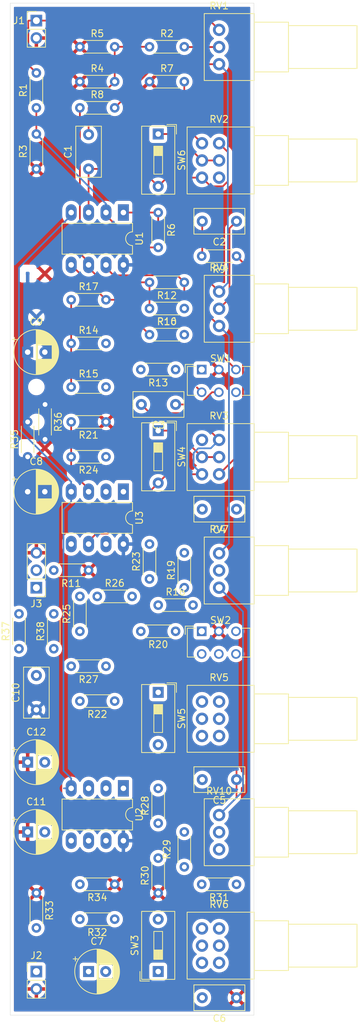
<source format=kicad_pcb>
(kicad_pcb (version 20171130) (host pcbnew "(5.1.4-0-10_14)")
  (layers (0 F.Cu signal) (31 B.Cu signal) (34 B.Paste user) (35 F.Paste user) (36 B.SilkS user) (37 F.SilkS user) (38 B.Mask user) (39 F.Mask user) (44 Edge.Cuts user))
  (net 0 "")
  (net 1 "Net-(C1-Pad2)")
  (net 2 "Net-(C1-Pad1)")
  (net 3 "Net-(C2-Pad2)")
  (net 4 "Net-(C2-Pad1)")
  (net 5 "Net-(C3-Pad2)")
  (net 6 "Net-(C3-Pad1)")
  (net 7 "Net-(C4-Pad2)")
  (net 8 "Net-(C4-Pad1)")
  (net 9 "Net-(C5-Pad2)")
  (net 10 "Net-(C5-Pad1)")
  (net 11 "Net-(C6-Pad2)")
  (net 12 GND)
  (net 13 "Net-(C7-Pad2)")
  (net 14 "Net-(C7-Pad1)")
  (net 15 "Net-(J1-Pad1)")
  (net 16 "Net-(R1-Pad1)")
  (net 17 "Net-(R2-Pad2)")
  (net 18 "Net-(R6-Pad1)")
  (net 19 "Net-(R7-Pad2)")
  (net 20 "Net-(R10-Pad2)")
  (net 21 "Net-(R9-Pad1)")
  (net 22 "Net-(R10-Pad1)")
  (net 23 "Net-(R11-Pad2)")
  (net 24 "Net-(R12-Pad1)")
  (net 25 "Net-(R13-Pad1)")
  (net 26 "Net-(R15-Pad2)")
  (net 27 "Net-(R16-Pad2)")
  (net 28 "Net-(R16-Pad1)")
  (net 29 "Net-(R18-Pad1)")
  (net 30 "Net-(R19-Pad1)")
  (net 31 "Net-(R20-Pad1)")
  (net 32 "Net-(R21-Pad2)")
  (net 33 "Net-(R22-Pad1)")
  (net 34 "Net-(R23-Pad1)")
  (net 35 "Net-(R25-Pad2)")
  (net 36 "Net-(R26-Pad2)")
  (net 37 "Net-(R26-Pad1)")
  (net 38 "Net-(R28-Pad1)")
  (net 39 "Net-(R29-Pad2)")
  (net 40 "Net-(R29-Pad1)")
  (net 41 "Net-(R31-Pad1)")
  (net 42 "Net-(RV2-Pad2)")
  (net 43 "Net-(RV3-Pad2)")
  (net 44 "Net-(RV5-Pad2)")
  (net 45 "Net-(RV6-Pad2)")
  (net 46 +15V)
  (net 47 -15V)
  (net 48 "Net-(C8-Pad1)")
  (net 49 "Net-(C11-Pad2)")
  (net 50 +VC)
  (net 51 -VC)
  (module Resistor_THT:R_Axial_DIN0204_L3.6mm_D1.6mm_P5.08mm_Horizontal (layer F.Cu) (at 133.35 114.3 90)
    (fp_text reference R38 (at 2.54 -1.92 90) (layer F.SilkS))
    (fp_text value 1)
    (pad 2 thru_hole oval (at 5.08 0 90) (size 1.4 1.4) (drill 0.7) (layers *.Cu *.Mask) (net 49 "Net-(C11-Pad2)"))
    (pad 1 thru_hole circle (at 0 0 90) (size 1.4 1.4) (drill 0.7) (layers *.Cu *.Mask) (net 51 -VC))
  )
  (module Resistor_THT:R_Axial_DIN0204_L3.6mm_D1.6mm_P5.08mm_Horizontal (layer F.Cu) (at 128.27 114.3 90)
    (fp_text reference R37 (at 2.54 -1.92 90) (layer F.SilkS))
    (fp_text value 1)
    (pad 2 thru_hole oval (at 5.08 0 90) (size 1.4 1.4) (drill 0.7) (layers *.Cu *.Mask) (net 47 -15V))
    (pad 1 thru_hole circle (at 0 0 90) (size 1.4 1.4) (drill 0.7) (layers *.Cu *.Mask) (net 49 "Net-(C11-Pad2)"))
  )
  (module Resistor_THT:R_Axial_DIN0204_L3.6mm_D1.6mm_P5.08mm_Horizontal (layer F.Cu) (at 132.08 78.74 270)
    (fp_text reference R36 (at 2.54 -1.92 90) (layer F.SilkS))
    (fp_text value 1)
    (pad 2 thru_hole oval (at 5.08 0 270) (size 1.4 1.4) (drill 0.7) (layers *.Cu *.Mask) (net 48 "Net-(C8-Pad1)"))
    (pad 1 thru_hole circle (at 0 0 270) (size 1.4 1.4) (drill 0.7) (layers *.Cu *.Mask) (net 50 +VC))
  )
  (module Resistor_THT:R_Axial_DIN0204_L3.6mm_D1.6mm_P5.08mm_Horizontal (layer F.Cu) (at 129.54 86.36 90)
    (fp_text reference R35 (at 2.54 -1.92 90) (layer F.SilkS))
    (fp_text value 1)
    (pad 2 thru_hole oval (at 5.08 0 90) (size 1.4 1.4) (drill 0.7) (layers *.Cu *.Mask) (net 46 +15V))
    (pad 1 thru_hole circle (at 0 0 90) (size 1.4 1.4) (drill 0.7) (layers *.Cu *.Mask) (net 48 "Net-(C8-Pad1)"))
  )
  (module Capacitor_THT:CP_Radial_D6.3mm_P2.50mm (layer F.Cu) (at 129.54 130.81)
    (fp_text reference C12 (at 1.25 -4.4) (layer F.SilkS))
    (fp_text value 47uf)
    (pad 2 thru_hole circle (at 2.5 0) (size 1.6 1.6) (drill 0.8) (layers *.Cu *.Mask) (net 51 -VC))
    (pad 1 thru_hole rect (at 0 0) (size 1.6 1.6) (drill 0.8) (layers *.Cu *.Mask) (net 12 GND))
  )
  (module Capacitor_THT:CP_Radial_D6.3mm_P2.50mm (layer F.Cu) (at 129.54 140.97)
    (fp_text reference C11 (at 1.25 -4.4) (layer F.SilkS))
    (fp_text value 47uf)
    (pad 2 thru_hole circle (at 2.5 0) (size 1.6 1.6) (drill 0.8) (layers *.Cu *.Mask) (net 49 "Net-(C11-Pad2)"))
    (pad 1 thru_hole rect (at 0 0) (size 1.6 1.6) (drill 0.8) (layers *.Cu *.Mask) (net 12 GND))
  )
  (module Capacitor_THT:C_Rect_L7.2mm_W3.5mm_P5.00mm_FKS2_FKP2_MKS2_MKP2 (layer F.Cu) (at 130.81 123.19 90)
    (fp_text reference C10 (at 2.5 -3 90) (layer F.SilkS))
    (fp_text value 40nf)
    (pad 2 thru_hole circle (at 5 0 90) (size 1.6 1.6) (drill 0.8) (layers *.Cu *.Mask) (net 51 -VC))
    (pad 1 thru_hole circle (at 0 0 90) (size 1.6 1.6) (drill 0.8) (layers *.Cu *.Mask) (net 50 +VC))
  )
  (module Capacitor_THT:CP_Radial_D6.3mm_P2.50mm (layer F.Cu) (at 129.54 71.12)
    (fp_text reference C9 (at 1.25 -4.4) (layer F.SilkS))
    (fp_text value 47uf)
    (pad 2 thru_hole circle (at 2.5 0) (size 1.6 1.6) (drill 0.8) (layers *.Cu *.Mask) (net 12 GND))
    (pad 1 thru_hole rect (at 0 0) (size 1.6 1.6) (drill 0.8) (layers *.Cu *.Mask) (net 50 +VC))
  )
  (module Capacitor_THT:CP_Radial_D6.3mm_P2.50mm (layer F.Cu) (at 129.54 91.44)
    (fp_text reference C8 (at 1.25 -4.4) (layer F.SilkS))
    (fp_text value 47uf)
    (pad 2 thru_hole circle (at 2.5 0) (size 1.6 1.6) (drill 0.8) (layers *.Cu *.Mask) (net 12 GND))
    (pad 1 thru_hole rect (at 0 0) (size 1.6 1.6) (drill 0.8) (layers *.Cu *.Mask) (net 48 "Net-(C8-Pad1)"))
  )
  (module Connector_PinHeader_2.54mm:PinHeader_1x03_P2.54mm_Vertical (layer F.Cu) (at 130.81 105.41 180)
    (fp_text reference J3 (at 0 -2.33) (layer F.SilkS))
    (fp_text value PWR_IN)
    (pad 3 thru_hole oval (at 0 5.08 180) (size 1.7 1.7) (drill 1) (layers *.Cu *.Mask) (net 12 GND))
    (pad 2 thru_hole oval (at 0 2.54 180) (size 1.7 1.7) (drill 1) (layers *.Cu *.Mask) (net 46 +15V))
    (pad 1 thru_hole rect (at 0 0 180) (size 1.7 1.7) (drill 1) (layers *.Cu *.Mask) (net 47 -15V))
  )
  (module Package_DIP:DIP-8_W7.62mm_LongPads (layer F.Cu) (at 143.51 91.44 270)
    (fp_text reference U3 (at 3.81 -2.33 90) (layer F.SilkS))
    (fp_text value TL072)
    (pad 8 thru_hole oval (at 7.62 0 270) (size 2.4 1.6) (drill 0.8) (layers *.Cu *.Mask) (net 50 +VC))
    (pad 4 thru_hole oval (at 0 7.62 270) (size 2.4 1.6) (drill 0.8) (layers *.Cu *.Mask) (net 51 -VC))
    (pad 7 thru_hole oval (at 7.62 2.54 270) (size 2.4 1.6) (drill 0.8) (layers *.Cu *.Mask) (net 6 "Net-(C3-Pad1)"))
    (pad 3 thru_hole oval (at 0 5.08 270) (size 2.4 1.6) (drill 0.8) (layers *.Cu *.Mask) (net 32 "Net-(R21-Pad2)"))
    (pad 6 thru_hole oval (at 7.62 5.08 270) (size 2.4 1.6) (drill 0.8) (layers *.Cu *.Mask) (net 5 "Net-(C3-Pad2)"))
    (pad 2 thru_hole oval (at 0 2.54 270) (size 2.4 1.6) (drill 0.8) (layers *.Cu *.Mask) (net 9 "Net-(C5-Pad2)"))
    (pad 5 thru_hole oval (at 7.62 7.62 270) (size 2.4 1.6) (drill 0.8) (layers *.Cu *.Mask) (net 23 "Net-(R11-Pad2)"))
    (pad 1 thru_hole rect (at 0 0 270) (size 2.4 1.6) (drill 0.8) (layers *.Cu *.Mask) (net 10 "Net-(C5-Pad1)"))
  )
  (module Package_DIP:DIP-8_W7.62mm_LongPads (layer F.Cu) (at 143.51 134.62 270)
    (fp_text reference U2 (at 3.81 -2.33 90) (layer F.SilkS))
    (fp_text value TL072)
    (pad 8 thru_hole oval (at 7.62 0 270) (size 2.4 1.6) (drill 0.8) (layers *.Cu *.Mask) (net 50 +VC))
    (pad 4 thru_hole oval (at 0 7.62 270) (size 2.4 1.6) (drill 0.8) (layers *.Cu *.Mask) (net 51 -VC))
    (pad 7 thru_hole oval (at 7.62 2.54 270) (size 2.4 1.6) (drill 0.8) (layers *.Cu *.Mask) (net 13 "Net-(C7-Pad2)"))
    (pad 3 thru_hole oval (at 0 5.08 270) (size 2.4 1.6) (drill 0.8) (layers *.Cu *.Mask) (net 37 "Net-(R26-Pad1)"))
    (pad 6 thru_hole oval (at 7.62 5.08 270) (size 2.4 1.6) (drill 0.8) (layers *.Cu *.Mask) (net 38 "Net-(R28-Pad1)"))
    (pad 2 thru_hole oval (at 0 2.54 270) (size 2.4 1.6) (drill 0.8) (layers *.Cu *.Mask) (net 29 "Net-(R18-Pad1)"))
    (pad 5 thru_hole oval (at 7.62 7.62 270) (size 2.4 1.6) (drill 0.8) (layers *.Cu *.Mask) (net 11 "Net-(C6-Pad2)"))
    (pad 1 thru_hole rect (at 0 0 270) (size 2.4 1.6) (drill 0.8) (layers *.Cu *.Mask) (net 33 "Net-(R22-Pad1)"))
  )
  (module Package_DIP:DIP-8_W7.62mm_LongPads (layer F.Cu) (at 143.51 50.8 270)
    (fp_text reference U1 (at 3.81 -2.33 90) (layer F.SilkS))
    (fp_text value TL072)
    (pad 8 thru_hole oval (at 7.62 0 270) (size 2.4 1.6) (drill 0.8) (layers *.Cu *.Mask) (net 50 +VC))
    (pad 4 thru_hole oval (at 0 7.62 270) (size 2.4 1.6) (drill 0.8) (layers *.Cu *.Mask) (net 51 -VC))
    (pad 7 thru_hole oval (at 7.62 2.54 270) (size 2.4 1.6) (drill 0.8) (layers *.Cu *.Mask) (net 24 "Net-(R12-Pad1)"))
    (pad 3 thru_hole oval (at 0 5.08 270) (size 2.4 1.6) (drill 0.8) (layers *.Cu *.Mask) (net 2 "Net-(C1-Pad1)"))
    (pad 6 thru_hole oval (at 7.62 5.08 270) (size 2.4 1.6) (drill 0.8) (layers *.Cu *.Mask) (net 20 "Net-(R10-Pad2)"))
    (pad 2 thru_hole oval (at 0 2.54 270) (size 2.4 1.6) (drill 0.8) (layers *.Cu *.Mask) (net 16 "Net-(R1-Pad1)"))
    (pad 5 thru_hole oval (at 7.62 7.62 270) (size 2.4 1.6) (drill 0.8) (layers *.Cu *.Mask) (net 28 "Net-(R16-Pad1)"))
    (pad 1 thru_hole rect (at 0 0 270) (size 2.4 1.6) (drill 0.8) (layers *.Cu *.Mask) (net 18 "Net-(R6-Pad1)"))
  )
  (module Button_Switch_THT:SW_DIP_SPSTx01_Slide_9.78x4.72mm_W7.62mm_P2.54mm (layer F.Cu) (at 148.59 39.37 270)
    (fp_text reference SW6 (at 3.81 -3.42 90) (layer F.SilkS))
    (fp_text value ML5000)
    (pad 2 thru_hole oval (at 7.62 0 270) (size 1.6 1.6) (drill 0.8) (layers *.Cu *.Mask) (net 2 "Net-(C1-Pad1)"))
    (pad 1 thru_hole rect (at 0 0 270) (size 1.6 1.6) (drill 0.8) (layers *.Cu *.Mask) (net 42 "Net-(RV2-Pad2)"))
  )
  (module Button_Switch_THT:SW_DIP_SPSTx01_Slide_9.78x4.72mm_W7.62mm_P2.54mm (layer F.Cu) (at 148.59 120.65 270)
    (fp_text reference SW5 (at 3.81 -3.42 90) (layer F.SilkS))
    (fp_text value ML5000)
    (pad 2 thru_hole oval (at 7.62 0 270) (size 1.6 1.6) (drill 0.8) (layers *.Cu *.Mask) (net 9 "Net-(C5-Pad2)"))
    (pad 1 thru_hole rect (at 0 0 270) (size 1.6 1.6) (drill 0.8) (layers *.Cu *.Mask) (net 44 "Net-(RV5-Pad2)"))
  )
  (module Button_Switch_THT:SW_DIP_SPSTx01_Slide_9.78x4.72mm_W7.62mm_P2.54mm (layer F.Cu) (at 148.59 82.55 270)
    (fp_text reference SW4 (at 3.81 -3.42 90) (layer F.SilkS))
    (fp_text value ML5000)
    (pad 2 thru_hole oval (at 7.62 0 270) (size 1.6 1.6) (drill 0.8) (layers *.Cu *.Mask) (net 5 "Net-(C3-Pad2)"))
    (pad 1 thru_hole rect (at 0 0 270) (size 1.6 1.6) (drill 0.8) (layers *.Cu *.Mask) (net 43 "Net-(RV3-Pad2)"))
  )
  (module Button_Switch_THT:SW_DIP_SPSTx01_Slide_9.78x4.72mm_W7.62mm_P2.54mm (layer F.Cu) (at 148.59 161.29 90)
    (fp_text reference SW3 (at 3.81 -3.42 90) (layer F.SilkS))
    (fp_text value ML5000)
    (pad 2 thru_hole oval (at 7.62 0 90) (size 1.6 1.6) (drill 0.8) (layers *.Cu *.Mask) (net 45 "Net-(RV6-Pad2)"))
    (pad 1 thru_hole rect (at 0 0 90) (size 1.6 1.6) (drill 0.8) (layers *.Cu *.Mask) (net 11 "Net-(C6-Pad2)"))
  )
  (module Button_Switch_THT:SW_CuK_JS202011CQN_DPDT_Straight (layer F.Cu) (at 154.94 111.76)
    (fp_text reference SW2 (at 2.75 -1.6) (layer F.SilkS))
    (fp_text value MF2_IN)
    (pad 6 thru_hole circle (at 5 3.3) (size 1.4 1.4) (drill 0.9) (layers *.Cu *.Mask))
    (pad 5 thru_hole circle (at 2.5 3.3) (size 1.4 1.4) (drill 0.9) (layers *.Cu *.Mask) (net 10 "Net-(C5-Pad1)"))
    (pad 4 thru_hole circle (at 0 3.3) (size 1.4 1.4) (drill 0.9) (layers *.Cu *.Mask) (net 34 "Net-(R23-Pad1)"))
    (pad 3 thru_hole circle (at 5 0) (size 1.4 1.4) (drill 0.9) (layers *.Cu *.Mask) (net 31 "Net-(R20-Pad1)"))
    (pad 2 thru_hole circle (at 2.5 0) (size 1.4 1.4) (drill 0.9) (layers *.Cu *.Mask) (net 12 GND))
    (pad 1 thru_hole rect (at 0 0) (size 1.4 1.4) (drill 0.9) (layers *.Cu *.Mask) (net 36 "Net-(R26-Pad2)"))
  )
  (module Button_Switch_THT:SW_CuK_JS202011CQN_DPDT_Straight (layer F.Cu) (at 154.94 73.66)
    (fp_text reference SW1 (at 2.75 -1.6) (layer F.SilkS))
    (fp_text value MF1_IN)
    (pad 6 thru_hole circle (at 5 3.3) (size 1.4 1.4) (drill 0.9) (layers *.Cu *.Mask))
    (pad 5 thru_hole circle (at 2.5 3.3) (size 1.4 1.4) (drill 0.9) (layers *.Cu *.Mask) (net 6 "Net-(C3-Pad1)"))
    (pad 4 thru_hole circle (at 0 3.3) (size 1.4 1.4) (drill 0.9) (layers *.Cu *.Mask) (net 25 "Net-(R13-Pad1)"))
    (pad 3 thru_hole circle (at 5 0) (size 1.4 1.4) (drill 0.9) (layers *.Cu *.Mask) (net 22 "Net-(R10-Pad1)"))
    (pad 2 thru_hole circle (at 2.5 0) (size 1.4 1.4) (drill 0.9) (layers *.Cu *.Mask) (net 12 GND))
    (pad 1 thru_hole rect (at 0 0) (size 1.4 1.4) (drill 0.9) (layers *.Cu *.Mask) (net 27 "Net-(R16-Pad2)"))
  )
  (module Potentiometer_THT:Potentiometer_Alps_RK097_Single_Horizontal (layer F.Cu) (at 157.48 143.51)
    (fp_text reference RV10 (at 0 -8.5) (layer F.SilkS))
    (fp_text value 20k)
    (pad 1 thru_hole circle (at 0 0) (size 1.8 1.8) (drill 1) (layers *.Cu *.Mask) (net 13 "Net-(C7-Pad2)"))
    (pad 2 thru_hole circle (at 0 -2.5) (size 1.8 1.8) (drill 1) (layers *.Cu *.Mask) (net 39 "Net-(R29-Pad2)"))
    (pad 3 thru_hole circle (at 0 -5) (size 1.8 1.8) (drill 1) (layers *.Cu *.Mask) (net 33 "Net-(R22-Pad1)"))
  )
  (module Potentiometer_THT:Potentiometer_Alps_RK097_Single_Horizontal (layer F.Cu) (at 157.48 105.41)
    (fp_text reference RV7 (at 0 -8.5) (layer F.SilkS))
    (fp_text value 20k)
    (pad 1 thru_hole circle (at 0 0) (size 1.8 1.8) (drill 1) (layers *.Cu *.Mask) (net 33 "Net-(R22-Pad1)"))
    (pad 2 thru_hole circle (at 0 -2.5) (size 1.8 1.8) (drill 1) (layers *.Cu *.Mask) (net 8 "Net-(C4-Pad1)"))
    (pad 3 thru_hole circle (at 0 -5) (size 1.8 1.8) (drill 1) (layers *.Cu *.Mask) (net 24 "Net-(R12-Pad1)"))
  )
  (module Potentiometer_THT:Potentiometer_Alps_RK097_Dual_Horizontal (layer F.Cu) (at 157.48 160.02)
    (fp_text reference RV6 (at 0 -8.5) (layer F.SilkS))
    (fp_text value 200k)
    (pad 4 thru_hole circle (at -2.5 0) (size 1.8 1.8) (drill 1) (layers *.Cu *.Mask) (net 11 "Net-(C6-Pad2)"))
    (pad 5 thru_hole circle (at -2.5 -2.5) (size 1.8 1.8) (drill 1) (layers *.Cu *.Mask) (net 45 "Net-(RV6-Pad2)"))
    (pad 6 thru_hole circle (at -2.5 -5) (size 1.8 1.8) (drill 1) (layers *.Cu *.Mask))
    (pad 1 thru_hole circle (at 0 0) (size 1.8 1.8) (drill 1) (layers *.Cu *.Mask) (net 41 "Net-(R31-Pad1)"))
    (pad 2 thru_hole circle (at 0 -2.5) (size 1.8 1.8) (drill 1) (layers *.Cu *.Mask) (net 45 "Net-(RV6-Pad2)"))
    (pad 3 thru_hole circle (at 0 -5) (size 1.8 1.8) (drill 1) (layers *.Cu *.Mask) (net 11 "Net-(C6-Pad2)"))
  )
  (module Potentiometer_THT:Potentiometer_Alps_RK097_Dual_Horizontal (layer F.Cu) (at 157.48 127)
    (fp_text reference RV5 (at 0 -8.5) (layer F.SilkS))
    (fp_text value 200k)
    (pad 4 thru_hole circle (at -2.5 0) (size 1.8 1.8) (drill 1) (layers *.Cu *.Mask) (net 9 "Net-(C5-Pad2)"))
    (pad 5 thru_hole circle (at -2.5 -2.5) (size 1.8 1.8) (drill 1) (layers *.Cu *.Mask) (net 44 "Net-(RV5-Pad2)"))
    (pad 6 thru_hole circle (at -2.5 -5) (size 1.8 1.8) (drill 1) (layers *.Cu *.Mask) (net 35 "Net-(R25-Pad2)"))
    (pad 1 thru_hole circle (at 0 0) (size 1.8 1.8) (drill 1) (layers *.Cu *.Mask) (net 30 "Net-(R19-Pad1)"))
    (pad 2 thru_hole circle (at 0 -2.5) (size 1.8 1.8) (drill 1) (layers *.Cu *.Mask) (net 44 "Net-(RV5-Pad2)"))
    (pad 3 thru_hole circle (at 0 -5) (size 1.8 1.8) (drill 1) (layers *.Cu *.Mask) (net 9 "Net-(C5-Pad2)"))
  )
  (module Potentiometer_THT:Potentiometer_Alps_RK097_Single_Horizontal (layer F.Cu) (at 157.48 67.31)
    (fp_text reference RV4 (at 0 -8.5) (layer F.SilkS))
    (fp_text value 20k)
    (pad 1 thru_hole circle (at 0 0) (size 1.8 1.8) (drill 1) (layers *.Cu *.Mask) (net 24 "Net-(R12-Pad1)"))
    (pad 2 thru_hole circle (at 0 -2.5) (size 1.8 1.8) (drill 1) (layers *.Cu *.Mask) (net 4 "Net-(C2-Pad1)"))
    (pad 3 thru_hole circle (at 0 -5) (size 1.8 1.8) (drill 1) (layers *.Cu *.Mask) (net 18 "Net-(R6-Pad1)"))
  )
  (module Potentiometer_THT:Potentiometer_Alps_RK097_Dual_Horizontal (layer F.Cu) (at 157.48 88.9)
    (fp_text reference RV3 (at 0 -8.5) (layer F.SilkS))
    (fp_text value 200k)
    (pad 4 thru_hole circle (at -2.5 0) (size 1.8 1.8) (drill 1) (layers *.Cu *.Mask) (net 5 "Net-(C3-Pad2)"))
    (pad 5 thru_hole circle (at -2.5 -2.5) (size 1.8 1.8) (drill 1) (layers *.Cu *.Mask) (net 43 "Net-(RV3-Pad2)"))
    (pad 6 thru_hole circle (at -2.5 -5) (size 1.8 1.8) (drill 1) (layers *.Cu *.Mask) (net 26 "Net-(R15-Pad2)"))
    (pad 1 thru_hole circle (at 0 0) (size 1.8 1.8) (drill 1) (layers *.Cu *.Mask) (net 21 "Net-(R9-Pad1)"))
    (pad 2 thru_hole circle (at 0 -2.5) (size 1.8 1.8) (drill 1) (layers *.Cu *.Mask) (net 43 "Net-(RV3-Pad2)"))
    (pad 3 thru_hole circle (at 0 -5) (size 1.8 1.8) (drill 1) (layers *.Cu *.Mask) (net 5 "Net-(C3-Pad2)"))
  )
  (module Potentiometer_THT:Potentiometer_Alps_RK097_Dual_Horizontal (layer F.Cu) (at 157.48 45.72)
    (fp_text reference RV2 (at 0 -8.5) (layer F.SilkS))
    (fp_text value 200k)
    (pad 4 thru_hole circle (at -2.5 0) (size 1.8 1.8) (drill 1) (layers *.Cu *.Mask) (net 2 "Net-(C1-Pad1)"))
    (pad 5 thru_hole circle (at -2.5 -2.5) (size 1.8 1.8) (drill 1) (layers *.Cu *.Mask) (net 42 "Net-(RV2-Pad2)"))
    (pad 6 thru_hole circle (at -2.5 -5) (size 1.8 1.8) (drill 1) (layers *.Cu *.Mask) (net 19 "Net-(R7-Pad2)"))
    (pad 1 thru_hole circle (at 0 0) (size 1.8 1.8) (drill 1) (layers *.Cu *.Mask))
    (pad 2 thru_hole circle (at 0 -2.5) (size 1.8 1.8) (drill 1) (layers *.Cu *.Mask) (net 42 "Net-(RV2-Pad2)"))
    (pad 3 thru_hole circle (at 0 -5) (size 1.8 1.8) (drill 1) (layers *.Cu *.Mask) (net 2 "Net-(C1-Pad1)"))
  )
  (module Potentiometer_THT:Potentiometer_Alps_RK097_Single_Horizontal (layer F.Cu) (at 157.48 29.21)
    (fp_text reference RV1 (at 0 -8.5) (layer F.SilkS))
    (fp_text value 20k)
    (pad 1 thru_hole circle (at 0 0) (size 1.8 1.8) (drill 1) (layers *.Cu *.Mask) (net 18 "Net-(R6-Pad1)"))
    (pad 2 thru_hole circle (at 0 -2.5) (size 1.8 1.8) (drill 1) (layers *.Cu *.Mask) (net 17 "Net-(R2-Pad2)"))
    (pad 3 thru_hole circle (at 0 -5) (size 1.8 1.8) (drill 1) (layers *.Cu *.Mask) (net 15 "Net-(J1-Pad1)"))
  )
  (module Resistor_THT:R_Axial_DIN0204_L3.6mm_D1.6mm_P5.08mm_Horizontal (layer F.Cu) (at 142.24 148.59 180)
    (fp_text reference R34 (at 2.54 -1.92) (layer F.SilkS))
    (fp_text value 27k)
    (pad 2 thru_hole oval (at 5.08 0 180) (size 1.4 1.4) (drill 0.7) (layers *.Cu *.Mask) (net 38 "Net-(R28-Pad1)"))
    (pad 1 thru_hole circle (at 0 0 180) (size 1.4 1.4) (drill 0.7) (layers *.Cu *.Mask) (net 12 GND))
  )
  (module Resistor_THT:R_Axial_DIN0204_L3.6mm_D1.6mm_P5.08mm_Horizontal (layer F.Cu) (at 130.81 149.86 270)
    (fp_text reference R33 (at 2.54 -1.92 90) (layer F.SilkS))
    (fp_text value 100k)
    (pad 2 thru_hole oval (at 5.08 0 270) (size 1.4 1.4) (drill 0.7) (layers *.Cu *.Mask) (net 14 "Net-(C7-Pad1)"))
    (pad 1 thru_hole circle (at 0 0 270) (size 1.4 1.4) (drill 0.7) (layers *.Cu *.Mask) (net 12 GND))
  )
  (module Resistor_THT:R_Axial_DIN0204_L3.6mm_D1.6mm_P5.08mm_Horizontal (layer F.Cu) (at 142.24 153.67 180)
    (fp_text reference R32 (at 2.54 -1.92) (layer F.SilkS))
    (fp_text value 10k)
    (pad 2 thru_hole oval (at 5.08 0 180) (size 1.4 1.4) (drill 0.7) (layers *.Cu *.Mask) (net 38 "Net-(R28-Pad1)"))
    (pad 1 thru_hole circle (at 0 0 180) (size 1.4 1.4) (drill 0.7) (layers *.Cu *.Mask) (net 13 "Net-(C7-Pad2)"))
  )
  (module Resistor_THT:R_Axial_DIN0204_L3.6mm_D1.6mm_P5.08mm_Horizontal (layer F.Cu) (at 160.02 148.59 180)
    (fp_text reference R31 (at 2.54 -1.92) (layer F.SilkS))
    (fp_text value 22k)
    (pad 2 thru_hole oval (at 5.08 0 180) (size 1.4 1.4) (drill 0.7) (layers *.Cu *.Mask) (net 40 "Net-(R29-Pad1)"))
    (pad 1 thru_hole circle (at 0 0 180) (size 1.4 1.4) (drill 0.7) (layers *.Cu *.Mask) (net 41 "Net-(R31-Pad1)"))
  )
  (module Resistor_THT:R_Axial_DIN0204_L3.6mm_D1.6mm_P5.08mm_Horizontal (layer F.Cu) (at 148.59 149.86 90)
    (fp_text reference R30 (at 2.54 -1.92 90) (layer F.SilkS))
    (fp_text value 8.2k)
    (pad 2 thru_hole oval (at 5.08 0 90) (size 1.4 1.4) (drill 0.7) (layers *.Cu *.Mask) (net 40 "Net-(R29-Pad1)"))
    (pad 1 thru_hole circle (at 0 0 90) (size 1.4 1.4) (drill 0.7) (layers *.Cu *.Mask) (net 12 GND))
  )
  (module Resistor_THT:R_Axial_DIN0204_L3.6mm_D1.6mm_P5.08mm_Horizontal (layer F.Cu) (at 152.4 146.05 90)
    (fp_text reference R29 (at 2.54 -2.54 90) (layer F.SilkS))
    (fp_text value 15k)
    (pad 2 thru_hole oval (at 5.08 0 90) (size 1.4 1.4) (drill 0.7) (layers *.Cu *.Mask) (net 39 "Net-(R29-Pad2)"))
    (pad 1 thru_hole circle (at 0 0 90) (size 1.4 1.4) (drill 0.7) (layers *.Cu *.Mask) (net 40 "Net-(R29-Pad1)"))
  )
  (module Resistor_THT:R_Axial_DIN0204_L3.6mm_D1.6mm_P5.08mm_Horizontal (layer F.Cu) (at 148.59 139.7 90)
    (fp_text reference R28 (at 2.54 -1.92 90) (layer F.SilkS))
    (fp_text value 10k)
    (pad 2 thru_hole oval (at 5.08 0 90) (size 1.4 1.4) (drill 0.7) (layers *.Cu *.Mask) (net 33 "Net-(R22-Pad1)"))
    (pad 1 thru_hole circle (at 0 0 90) (size 1.4 1.4) (drill 0.7) (layers *.Cu *.Mask) (net 38 "Net-(R28-Pad1)"))
  )
  (module Resistor_THT:R_Axial_DIN0204_L3.6mm_D1.6mm_P5.08mm_Horizontal (layer F.Cu) (at 140.97 116.84 180)
    (fp_text reference R27 (at 2.54 -1.92) (layer F.SilkS))
    (fp_text value 10k)
    (pad 2 thru_hole oval (at 5.08 0 180) (size 1.4 1.4) (drill 0.7) (layers *.Cu *.Mask) (net 37 "Net-(R26-Pad1)"))
    (pad 1 thru_hole circle (at 0 0 180) (size 1.4 1.4) (drill 0.7) (layers *.Cu *.Mask) (net 10 "Net-(C5-Pad1)"))
  )
  (module Resistor_THT:R_Axial_DIN0204_L3.6mm_D1.6mm_P5.08mm_Horizontal (layer F.Cu) (at 139.7 106.68)
    (fp_text reference R26 (at 2.54 -1.92) (layer F.SilkS))
    (fp_text value 6.8k)
    (pad 2 thru_hole oval (at 5.08 0) (size 1.4 1.4) (drill 0.7) (layers *.Cu *.Mask) (net 36 "Net-(R26-Pad2)"))
    (pad 1 thru_hole circle (at 0 0) (size 1.4 1.4) (drill 0.7) (layers *.Cu *.Mask) (net 37 "Net-(R26-Pad1)"))
  )
  (module Resistor_THT:R_Axial_DIN0204_L3.6mm_D1.6mm_P5.08mm_Horizontal (layer F.Cu) (at 137.16 111.76 90)
    (fp_text reference R25 (at 2.54 -1.92 90) (layer F.SilkS))
    (fp_text value 6.8k)
    (pad 2 thru_hole oval (at 5.08 0 90) (size 1.4 1.4) (drill 0.7) (layers *.Cu *.Mask) (net 35 "Net-(R25-Pad2)"))
    (pad 1 thru_hole circle (at 0 0 90) (size 1.4 1.4) (drill 0.7) (layers *.Cu *.Mask) (net 10 "Net-(C5-Pad1)"))
  )
  (module Resistor_THT:R_Axial_DIN0204_L3.6mm_D1.6mm_P5.08mm_Horizontal (layer F.Cu) (at 140.97 86.36 180)
    (fp_text reference R24 (at 2.54 -1.92) (layer F.SilkS))
    (fp_text value 6.8k)
    (pad 2 thru_hole oval (at 5.08 0 180) (size 1.4 1.4) (drill 0.7) (layers *.Cu *.Mask) (net 32 "Net-(R21-Pad2)"))
    (pad 1 thru_hole circle (at 0 0 180) (size 1.4 1.4) (drill 0.7) (layers *.Cu *.Mask) (net 10 "Net-(C5-Pad1)"))
  )
  (module Resistor_THT:R_Axial_DIN0204_L3.6mm_D1.6mm_P5.08mm_Horizontal (layer F.Cu) (at 147.32 104.14 90)
    (fp_text reference R23 (at 2.54 -1.92 90) (layer F.SilkS))
    (fp_text value 12k)
    (pad 2 thru_hole oval (at 5.08 0 90) (size 1.4 1.4) (drill 0.7) (layers *.Cu *.Mask) (net 32 "Net-(R21-Pad2)"))
    (pad 1 thru_hole circle (at 0 0 90) (size 1.4 1.4) (drill 0.7) (layers *.Cu *.Mask) (net 34 "Net-(R23-Pad1)"))
  )
  (module Resistor_THT:R_Axial_DIN0204_L3.6mm_D1.6mm_P5.08mm_Horizontal (layer F.Cu) (at 142.24 121.92 180)
    (fp_text reference R22 (at 2.54 -1.92) (layer F.SilkS))
    (fp_text value 10k)
    (pad 2 thru_hole oval (at 5.08 0 180) (size 1.4 1.4) (drill 0.7) (layers *.Cu *.Mask) (net 29 "Net-(R18-Pad1)"))
    (pad 1 thru_hole circle (at 0 0 180) (size 1.4 1.4) (drill 0.7) (layers *.Cu *.Mask) (net 33 "Net-(R22-Pad1)"))
  )
  (module Resistor_THT:R_Axial_DIN0204_L3.6mm_D1.6mm_P5.08mm_Horizontal (layer F.Cu) (at 140.97 81.28 180)
    (fp_text reference R21 (at 2.54 -1.92) (layer F.SilkS))
    (fp_text value 6.8k)
    (pad 2 thru_hole oval (at 5.08 0 180) (size 1.4 1.4) (drill 0.7) (layers *.Cu *.Mask) (net 32 "Net-(R21-Pad2)"))
    (pad 1 thru_hole circle (at 0 0 180) (size 1.4 1.4) (drill 0.7) (layers *.Cu *.Mask) (net 12 GND))
  )
  (module Resistor_THT:R_Axial_DIN0204_L3.6mm_D1.6mm_P5.08mm_Horizontal (layer F.Cu) (at 151.13 111.76 180)
    (fp_text reference R20 (at 2.54 -1.92) (layer F.SilkS))
    (fp_text value 47k)
    (pad 2 thru_hole oval (at 5.08 0 180) (size 1.4 1.4) (drill 0.7) (layers *.Cu *.Mask) (net 29 "Net-(R18-Pad1)"))
    (pad 1 thru_hole circle (at 0 0 180) (size 1.4 1.4) (drill 0.7) (layers *.Cu *.Mask) (net 31 "Net-(R20-Pad1)"))
  )
  (module Resistor_THT:R_Axial_DIN0204_L3.6mm_D1.6mm_P5.08mm_Horizontal (layer F.Cu) (at 152.4 105.41 90)
    (fp_text reference R19 (at 2.54 -1.92 90) (layer F.SilkS))
    (fp_text value 6.8k)
    (pad 2 thru_hole oval (at 5.08 0 90) (size 1.4 1.4) (drill 0.7) (layers *.Cu *.Mask) (net 7 "Net-(C4-Pad2)"))
    (pad 1 thru_hole circle (at 0 0 90) (size 1.4 1.4) (drill 0.7) (layers *.Cu *.Mask) (net 30 "Net-(R19-Pad1)"))
  )
  (module Resistor_THT:R_Axial_DIN0204_L3.6mm_D1.6mm_P5.08mm_Horizontal (layer F.Cu) (at 148.59 107.95)
    (fp_text reference R18 (at 2.54 -1.92) (layer F.SilkS))
    (fp_text value 10k)
    (pad 2 thru_hole oval (at 5.08 0) (size 1.4 1.4) (drill 0.7) (layers *.Cu *.Mask) (net 24 "Net-(R12-Pad1)"))
    (pad 1 thru_hole circle (at 0 0) (size 1.4 1.4) (drill 0.7) (layers *.Cu *.Mask) (net 29 "Net-(R18-Pad1)"))
  )
  (module Resistor_THT:R_Axial_DIN0204_L3.6mm_D1.6mm_P5.08mm_Horizontal (layer F.Cu) (at 135.89 63.5)
    (fp_text reference R17 (at 2.54 -1.92) (layer F.SilkS))
    (fp_text value 10k)
    (pad 2 thru_hole oval (at 5.08 0) (size 1.4 1.4) (drill 0.7) (layers *.Cu *.Mask) (net 28 "Net-(R16-Pad1)"))
    (pad 1 thru_hole circle (at 0 0) (size 1.4 1.4) (drill 0.7) (layers *.Cu *.Mask) (net 6 "Net-(C3-Pad1)"))
  )
  (module Resistor_THT:R_Axial_DIN0204_L3.6mm_D1.6mm_P5.08mm_Horizontal (layer F.Cu) (at 147.32 68.58)
    (fp_text reference R16 (at 2.54 -1.92) (layer F.SilkS))
    (fp_text value 6.8k)
    (pad 2 thru_hole oval (at 5.08 0) (size 1.4 1.4) (drill 0.7) (layers *.Cu *.Mask) (net 27 "Net-(R16-Pad2)"))
    (pad 1 thru_hole circle (at 0 0) (size 1.4 1.4) (drill 0.7) (layers *.Cu *.Mask) (net 28 "Net-(R16-Pad1)"))
  )
  (module Resistor_THT:R_Axial_DIN0204_L3.6mm_D1.6mm_P5.08mm_Horizontal (layer F.Cu) (at 135.89 76.2)
    (fp_text reference R15 (at 2.54 -1.92) (layer F.SilkS))
    (fp_text value 6.8k)
    (pad 2 thru_hole oval (at 5.08 0) (size 1.4 1.4) (drill 0.7) (layers *.Cu *.Mask) (net 26 "Net-(R15-Pad2)"))
    (pad 1 thru_hole circle (at 0 0) (size 1.4 1.4) (drill 0.7) (layers *.Cu *.Mask) (net 6 "Net-(C3-Pad1)"))
  )
  (module Resistor_THT:R_Axial_DIN0204_L3.6mm_D1.6mm_P5.08mm_Horizontal (layer F.Cu) (at 135.89 69.85)
    (fp_text reference R14 (at 2.54 -1.92) (layer F.SilkS))
    (fp_text value 6.8k)
    (pad 2 thru_hole oval (at 5.08 0) (size 1.4 1.4) (drill 0.7) (layers *.Cu *.Mask) (net 23 "Net-(R11-Pad2)"))
    (pad 1 thru_hole circle (at 0 0) (size 1.4 1.4) (drill 0.7) (layers *.Cu *.Mask) (net 6 "Net-(C3-Pad1)"))
  )
  (module Resistor_THT:R_Axial_DIN0204_L3.6mm_D1.6mm_P5.08mm_Horizontal (layer F.Cu) (at 151.13 73.66 180)
    (fp_text reference R13 (at 2.54 -1.92) (layer F.SilkS))
    (fp_text value 12k)
    (pad 2 thru_hole oval (at 5.08 0 180) (size 1.4 1.4) (drill 0.7) (layers *.Cu *.Mask) (net 23 "Net-(R11-Pad2)"))
    (pad 1 thru_hole circle (at 0 0 180) (size 1.4 1.4) (drill 0.7) (layers *.Cu *.Mask) (net 25 "Net-(R13-Pad1)"))
  )
  (module Resistor_THT:R_Axial_DIN0204_L3.6mm_D1.6mm_P5.08mm_Horizontal (layer F.Cu) (at 152.4 60.96 180)
    (fp_text reference R12 (at 2.54 -1.92) (layer F.SilkS))
    (fp_text value 10k)
    (pad 2 thru_hole oval (at 5.08 0 180) (size 1.4 1.4) (drill 0.7) (layers *.Cu *.Mask) (net 20 "Net-(R10-Pad2)"))
    (pad 1 thru_hole circle (at 0 0 180) (size 1.4 1.4) (drill 0.7) (layers *.Cu *.Mask) (net 24 "Net-(R12-Pad1)"))
  )
  (module Resistor_THT:R_Axial_DIN0204_L3.6mm_D1.6mm_P5.08mm_Horizontal (layer F.Cu) (at 138.43 102.87 180)
    (fp_text reference R11 (at 2.54 -1.92) (layer F.SilkS))
    (fp_text value 6.8k)
    (pad 2 thru_hole oval (at 5.08 0 180) (size 1.4 1.4) (drill 0.7) (layers *.Cu *.Mask) (net 23 "Net-(R11-Pad2)"))
    (pad 1 thru_hole circle (at 0 0 180) (size 1.4 1.4) (drill 0.7) (layers *.Cu *.Mask) (net 12 GND))
  )
  (module Resistor_THT:R_Axial_DIN0204_L3.6mm_D1.6mm_P5.08mm_Horizontal (layer F.Cu) (at 152.4 64.77 180)
    (fp_text reference R10 (at 2.54 -1.92) (layer F.SilkS))
    (fp_text value 47k)
    (pad 2 thru_hole oval (at 5.08 0 180) (size 1.4 1.4) (drill 0.7) (layers *.Cu *.Mask) (net 20 "Net-(R10-Pad2)"))
    (pad 1 thru_hole circle (at 0 0 180) (size 1.4 1.4) (drill 0.7) (layers *.Cu *.Mask) (net 22 "Net-(R10-Pad1)"))
  )
  (module Resistor_THT:R_Axial_DIN0204_L3.6mm_D1.6mm_P5.08mm_Horizontal (layer F.Cu) (at 160.02 57.15 180)
    (fp_text reference R9 (at 2.54 -1.92) (layer F.SilkS))
    (fp_text value 6.8k)
    (pad 2 thru_hole oval (at 5.08 0 180) (size 1.4 1.4) (drill 0.7) (layers *.Cu *.Mask) (net 3 "Net-(C2-Pad2)"))
    (pad 1 thru_hole circle (at 0 0 180) (size 1.4 1.4) (drill 0.7) (layers *.Cu *.Mask) (net 21 "Net-(R9-Pad1)"))
  )
  (module Resistor_THT:R_Axial_DIN0204_L3.6mm_D1.6mm_P5.08mm_Horizontal (layer F.Cu) (at 137.16 35.56)
    (fp_text reference R8 (at 2.54 -1.92) (layer F.SilkS))
    (fp_text value 10k)
    (pad 2 thru_hole oval (at 5.08 0) (size 1.4 1.4) (drill 0.7) (layers *.Cu *.Mask) (net 18 "Net-(R6-Pad1)"))
    (pad 1 thru_hole circle (at 0 0) (size 1.4 1.4) (drill 0.7) (layers *.Cu *.Mask) (net 20 "Net-(R10-Pad2)"))
  )
  (module Resistor_THT:R_Axial_DIN0204_L3.6mm_D1.6mm_P5.08mm_Horizontal (layer F.Cu) (at 147.32 31.75)
    (fp_text reference R7 (at 2.54 -1.92) (layer F.SilkS))
    (fp_text value 22k)
    (pad 2 thru_hole oval (at 5.08 0) (size 1.4 1.4) (drill 0.7) (layers *.Cu *.Mask) (net 19 "Net-(R7-Pad2)"))
    (pad 1 thru_hole circle (at 0 0) (size 1.4 1.4) (drill 0.7) (layers *.Cu *.Mask) (net 12 GND))
  )
  (module Resistor_THT:R_Axial_DIN0204_L3.6mm_D1.6mm_P5.08mm_Horizontal (layer F.Cu) (at 148.59 50.8 270)
    (fp_text reference R6 (at 2.54 -1.92 90) (layer F.SilkS))
    (fp_text value 10k)
    (pad 2 thru_hole oval (at 5.08 0 270) (size 1.4 1.4) (drill 0.7) (layers *.Cu *.Mask) (net 16 "Net-(R1-Pad1)"))
    (pad 1 thru_hole circle (at 0 0 270) (size 1.4 1.4) (drill 0.7) (layers *.Cu *.Mask) (net 18 "Net-(R6-Pad1)"))
  )
  (module Resistor_THT:R_Axial_DIN0204_L3.6mm_D1.6mm_P5.08mm_Horizontal (layer F.Cu) (at 137.16 26.67)
    (fp_text reference R5 (at 2.54 -1.92) (layer F.SilkS))
    (fp_text value 6.8k)
    (pad 2 thru_hole oval (at 5.08 0) (size 1.4 1.4) (drill 0.7) (layers *.Cu *.Mask) (net 1 "Net-(C1-Pad2)"))
    (pad 1 thru_hole circle (at 0 0) (size 1.4 1.4) (drill 0.7) (layers *.Cu *.Mask) (net 12 GND))
  )
  (module Resistor_THT:R_Axial_DIN0204_L3.6mm_D1.6mm_P5.08mm_Horizontal (layer F.Cu) (at 137.16 31.75)
    (fp_text reference R4 (at 2.54 -1.92) (layer F.SilkS))
    (fp_text value 6.8k)
    (pad 2 thru_hole oval (at 5.08 0) (size 1.4 1.4) (drill 0.7) (layers *.Cu *.Mask) (net 1 "Net-(C1-Pad2)"))
    (pad 1 thru_hole circle (at 0 0) (size 1.4 1.4) (drill 0.7) (layers *.Cu *.Mask) (net 12 GND))
  )
  (module Resistor_THT:R_Axial_DIN0204_L3.6mm_D1.6mm_P5.08mm_Horizontal (layer F.Cu) (at 130.81 44.45 90)
    (fp_text reference R3 (at 2.54 -1.92 90) (layer F.SilkS))
    (fp_text value 18k)
    (pad 2 thru_hole oval (at 5.08 0 90) (size 1.4 1.4) (drill 0.7) (layers *.Cu *.Mask) (net 16 "Net-(R1-Pad1)"))
    (pad 1 thru_hole circle (at 0 0 90) (size 1.4 1.4) (drill 0.7) (layers *.Cu *.Mask) (net 12 GND))
  )
  (module Resistor_THT:R_Axial_DIN0204_L3.6mm_D1.6mm_P5.08mm_Horizontal (layer F.Cu) (at 147.32 26.67)
    (fp_text reference R2 (at 2.54 -1.92) (layer F.SilkS))
    (fp_text value 6.8k)
    (pad 2 thru_hole oval (at 5.08 0) (size 1.4 1.4) (drill 0.7) (layers *.Cu *.Mask) (net 17 "Net-(R2-Pad2)"))
    (pad 1 thru_hole circle (at 0 0) (size 1.4 1.4) (drill 0.7) (layers *.Cu *.Mask) (net 1 "Net-(C1-Pad2)"))
  )
  (module Resistor_THT:R_Axial_DIN0204_L3.6mm_D1.6mm_P5.08mm_Horizontal (layer F.Cu) (at 130.81 35.56 90)
    (fp_text reference R1 (at 2.54 -1.92 90) (layer F.SilkS))
    (fp_text value 10k)
    (pad 2 thru_hole oval (at 5.08 0 90) (size 1.4 1.4) (drill 0.7) (layers *.Cu *.Mask) (net 15 "Net-(J1-Pad1)"))
    (pad 1 thru_hole circle (at 0 0 90) (size 1.4 1.4) (drill 0.7) (layers *.Cu *.Mask) (net 16 "Net-(R1-Pad1)"))
  )
  (module Connector_PinHeader_2.54mm:PinHeader_1x02_P2.54mm_Vertical (layer F.Cu) (at 130.81 161.29)
    (fp_text reference J2 (at 0 -2.33) (layer F.SilkS))
    (fp_text value EQ_OUT)
    (pad 2 thru_hole oval (at 0 2.54) (size 1.7 1.7) (drill 1) (layers *.Cu *.Mask) (net 12 GND))
    (pad 1 thru_hole rect (at 0 0) (size 1.7 1.7) (drill 1) (layers *.Cu *.Mask) (net 14 "Net-(C7-Pad1)"))
  )
  (module Connector_PinHeader_2.54mm:PinHeader_1x02_P2.54mm_Vertical (layer F.Cu) (at 130.81 22.86)
    (fp_text reference J1 (at -2.54 0) (layer F.SilkS))
    (fp_text value EQ_IN)
    (pad 2 thru_hole oval (at 0 2.54) (size 1.7 1.7) (drill 1) (layers *.Cu *.Mask) (net 12 GND))
    (pad 1 thru_hole rect (at 0 0) (size 1.7 1.7) (drill 1) (layers *.Cu *.Mask) (net 15 "Net-(J1-Pad1)"))
  )
  (module Capacitor_THT:CP_Radial_D6.3mm_P2.50mm (layer F.Cu) (at 138.43 161.29)
    (fp_text reference C7 (at 1.25 -4.4) (layer F.SilkS))
    (fp_text value 100uf)
    (pad 2 thru_hole circle (at 2.5 0) (size 1.6 1.6) (drill 0.8) (layers *.Cu *.Mask) (net 13 "Net-(C7-Pad2)"))
    (pad 1 thru_hole rect (at 0 0) (size 1.6 1.6) (drill 0.8) (layers *.Cu *.Mask) (net 14 "Net-(C7-Pad1)"))
  )
  (module Capacitor_THT:C_Rect_L7.2mm_W3.5mm_P5.00mm_FKS2_FKP2_MKS2_MKP2 (layer F.Cu) (at 160.02 165.1 180)
    (fp_text reference C6 (at 2.5 -3) (layer F.SilkS))
    (fp_text value 6.8nf)
    (pad 2 thru_hole circle (at 5 0 180) (size 1.6 1.6) (drill 0.8) (layers *.Cu *.Mask) (net 11 "Net-(C6-Pad2)"))
    (pad 1 thru_hole circle (at 0 0 180) (size 1.6 1.6) (drill 0.8) (layers *.Cu *.Mask) (net 12 GND))
  )
  (module Capacitor_THT:C_Rect_L7.2mm_W3.5mm_P5.00mm_FKS2_FKP2_MKS2_MKP2 (layer F.Cu) (at 160.02 133.35 180)
    (fp_text reference C5 (at 2.5 -3) (layer F.SilkS))
    (fp_text value 22nf)
    (pad 2 thru_hole circle (at 5 0 180) (size 1.6 1.6) (drill 0.8) (layers *.Cu *.Mask) (net 9 "Net-(C5-Pad2)"))
    (pad 1 thru_hole circle (at 0 0 180) (size 1.6 1.6) (drill 0.8) (layers *.Cu *.Mask) (net 10 "Net-(C5-Pad1)"))
  )
  (module Capacitor_THT:C_Rect_L7.2mm_W3.5mm_P5.00mm_FKS2_FKP2_MKS2_MKP2 (layer F.Cu) (at 160.02 93.98 180)
    (fp_text reference C4 (at 2.5 -3) (layer F.SilkS))
    (fp_text value 22nf)
    (pad 2 thru_hole circle (at 5 0 180) (size 1.6 1.6) (drill 0.8) (layers *.Cu *.Mask) (net 7 "Net-(C4-Pad2)"))
    (pad 1 thru_hole circle (at 0 0 180) (size 1.6 1.6) (drill 0.8) (layers *.Cu *.Mask) (net 8 "Net-(C4-Pad1)"))
  )
  (module Capacitor_THT:C_Rect_L7.2mm_W3.5mm_P5.00mm_FKS2_FKP2_MKS2_MKP2 (layer F.Cu) (at 151.13 78.74 180)
    (fp_text reference C3 (at 2.5 -3) (layer F.SilkS))
    (fp_text value 1.5nf)
    (pad 2 thru_hole circle (at 5 0 180) (size 1.6 1.6) (drill 0.8) (layers *.Cu *.Mask) (net 5 "Net-(C3-Pad2)"))
    (pad 1 thru_hole circle (at 0 0 180) (size 1.6 1.6) (drill 0.8) (layers *.Cu *.Mask) (net 6 "Net-(C3-Pad1)"))
  )
  (module Capacitor_THT:C_Rect_L7.2mm_W3.5mm_P5.00mm_FKS2_FKP2_MKS2_MKP2 (layer F.Cu) (at 160.02 52.07 180)
    (fp_text reference C2 (at 2.5 -3) (layer F.SilkS))
    (fp_text value 1.5nf)
    (pad 2 thru_hole circle (at 5 0 180) (size 1.6 1.6) (drill 0.8) (layers *.Cu *.Mask) (net 3 "Net-(C2-Pad2)"))
    (pad 1 thru_hole circle (at 0 0 180) (size 1.6 1.6) (drill 0.8) (layers *.Cu *.Mask) (net 4 "Net-(C2-Pad1)"))
  )
  (module Capacitor_THT:C_Rect_L7.2mm_W3.5mm_P5.00mm_FKS2_FKP2_MKS2_MKP2 (layer F.Cu) (at 138.43 44.45 90)
    (fp_text reference C1 (at 2.5 -3 90) (layer F.SilkS))
    (fp_text value 1.5nf)
    (pad 2 thru_hole circle (at 5 0 90) (size 1.6 1.6) (drill 0.8) (layers *.Cu *.Mask) (net 1 "Net-(C1-Pad2)"))
    (pad 1 thru_hole circle (at 0 0 90) (size 1.6 1.6) (drill 0.8) (layers *.Cu *.Mask) (net 2 "Net-(C1-Pad1)"))
  )
  (gr_line (start 127 167.64) (end 162.56 167.64) (layer Edge.Cuts) (width 0.05))
  (gr_line (start 127 20.32) (end 127 167.64) (layer Edge.Cuts) (width 0.05))
  (gr_line (start 162.56 20.32) (end 127 20.32) (layer Edge.Cuts) (width 0.05))
  (gr_line (start 162.56 167.64) (end 162.56 20.32) (layer Edge.Cuts) (width 0.05))
  (segment (start 147.32 26.67) (end 142.24 26.67) (width 0.25) (layer F.Cu) (net 1))
  (segment (start 142.24 31.75) (end 142.24 26.67) (width 0.25) (layer F.Cu) (net 1))
  (segment (start 138.43 35.56) (end 138.43 39.45) (width 0.25) (layer F.Cu) (net 1))
  (segment (start 142.24 31.75) (end 138.43 35.56) (width 0.25) (layer F.Cu) (net 1))
  (segment (start 157.48 40.72) (end 158.75 41.99) (width 0.25) (layer F.Cu) (net 2))
  (segment (start 158.75 46.263002) (end 158.023002 46.99) (width 0.25) (layer F.Cu) (net 2))
  (segment (start 158.75 41.99) (end 158.75 46.263002) (width 0.25) (layer F.Cu) (net 2))
  (segment (start 156.25 46.99) (end 154.98 45.72) (width 0.25) (layer F.Cu) (net 2))
  (segment (start 158.023002 46.99) (end 156.25 46.99) (width 0.25) (layer F.Cu) (net 2))
  (segment (start 138.43 50.8) (end 138.43 44.45) (width 0.25) (layer F.Cu) (net 2))
  (segment (start 149.86 45.72) (end 148.59 46.99) (width 0.25) (layer F.Cu) (net 2))
  (segment (start 154.98 45.72) (end 149.86 45.72) (width 0.25) (layer F.Cu) (net 2))
  (segment (start 146.05 44.45) (end 148.59 46.99) (width 0.25) (layer F.Cu) (net 2))
  (segment (start 138.43 44.45) (end 146.05 44.45) (width 0.25) (layer F.Cu) (net 2))
  (segment (start 155.02 57.07) (end 154.94 57.15) (width 0.25) (layer F.Cu) (net 3))
  (segment (start 155.02 52.07) (end 155.02 57.07) (width 0.25) (layer F.Cu) (net 3))
  (segment (start 158.379999 63.910001) (end 157.48 64.81) (width 0.25) (layer F.Cu) (net 4))
  (segment (start 158.994999 63.295001) (end 158.379999 63.910001) (width 0.25) (layer F.Cu) (net 4))
  (segment (start 158.994999 53.095001) (end 158.994999 63.295001) (width 0.25) (layer F.Cu) (net 4))
  (segment (start 160.02 52.07) (end 158.994999 53.095001) (width 0.25) (layer F.Cu) (net 4))
  (segment (start 149.86 88.9) (end 148.59 90.17) (width 0.25) (layer F.Cu) (net 5))
  (segment (start 154.98 88.9) (end 149.86 88.9) (width 0.25) (layer F.Cu) (net 5))
  (segment (start 153.754999 87.674999) (end 154.080001 88.000001) (width 0.25) (layer B.Cu) (net 5))
  (segment (start 154.080001 88.000001) (end 154.98 88.9) (width 0.25) (layer B.Cu) (net 5))
  (segment (start 153.754999 85.811999) (end 153.754999 87.674999) (width 0.25) (layer B.Cu) (net 5))
  (segment (start 154.441997 85.125001) (end 153.754999 85.811999) (width 0.25) (layer B.Cu) (net 5))
  (segment (start 156.254999 85.125001) (end 154.441997 85.125001) (width 0.25) (layer B.Cu) (net 5))
  (segment (start 157.48 83.9) (end 156.254999 85.125001) (width 0.25) (layer B.Cu) (net 5))
  (segment (start 146.929999 79.539999) (end 146.13 78.74) (width 0.25) (layer F.Cu) (net 5))
  (segment (start 147.4 80.01) (end 146.929999 79.539999) (width 0.25) (layer F.Cu) (net 5))
  (segment (start 153.59 80.01) (end 147.4 80.01) (width 0.25) (layer F.Cu) (net 5))
  (segment (start 157.48 83.9) (end 153.59 80.01) (width 0.25) (layer F.Cu) (net 5))
  (segment (start 147.790001 90.969999) (end 148.59 90.17) (width 0.25) (layer F.Cu) (net 5))
  (segment (start 139.55501 97.53499) (end 141.22501 97.53499) (width 0.25) (layer F.Cu) (net 5))
  (segment (start 138.43 98.66) (end 139.55501 97.53499) (width 0.25) (layer F.Cu) (net 5))
  (segment (start 141.22501 97.53499) (end 147.790001 90.969999) (width 0.25) (layer F.Cu) (net 5))
  (segment (start 138.43 99.06) (end 138.43 98.66) (width 0.25) (layer F.Cu) (net 5))
  (segment (start 154.670051 78.74) (end 152.26137 78.74) (width 0.25) (layer F.Cu) (net 6))
  (segment (start 152.26137 78.74) (end 151.13 78.74) (width 0.25) (layer F.Cu) (net 6))
  (segment (start 156.450051 76.96) (end 154.670051 78.74) (width 0.25) (layer F.Cu) (net 6))
  (segment (start 157.44 76.96) (end 156.450051 76.96) (width 0.25) (layer F.Cu) (net 6))
  (segment (start 135.89 63.5) (end 135.89 69.85) (width 0.25) (layer F.Cu) (net 6))
  (segment (start 135.89 69.85) (end 135.89 76.2) (width 0.25) (layer F.Cu) (net 6))
  (segment (start 156.13 22.86) (end 157.48 24.21) (width 0.25) (layer F.Cu) (net 15))
  (segment (start 130.81 22.86) (end 156.13 22.86) (width 0.25) (layer F.Cu) (net 15))
  (segment (start 130.110001 29.780001) (end 130.81 30.48) (width 0.25) (layer F.Cu) (net 15))
  (segment (start 129.634999 22.935001) (end 129.634999 29.304999) (width 0.25) (layer F.Cu) (net 15))
  (segment (start 129.71 22.86) (end 129.634999 22.935001) (width 0.25) (layer F.Cu) (net 15))
  (segment (start 129.634999 29.304999) (end 130.110001 29.780001) (width 0.25) (layer F.Cu) (net 15))
  (segment (start 130.81 22.86) (end 129.71 22.86) (width 0.25) (layer F.Cu) (net 15))
  (segment (start 130.81 35.56) (end 130.81 39.37) (width 0.25) (layer F.Cu) (net 16))
  (segment (start 131.509999 40.069999) (end 130.81 39.37) (width 0.25) (layer B.Cu) (net 16))
  (segment (start 140.97 49.53) (end 131.509999 40.069999) (width 0.25) (layer B.Cu) (net 16))
  (segment (start 140.97 50.8) (end 140.97 49.53) (width 0.25) (layer B.Cu) (net 16))
  (segment (start 145.65 55.88) (end 140.97 51.2) (width 0.25) (layer F.Cu) (net 16))
  (segment (start 140.97 51.2) (end 140.97 50.8) (width 0.25) (layer F.Cu) (net 16))
  (segment (start 148.59 55.88) (end 145.65 55.88) (width 0.25) (layer F.Cu) (net 16))
  (segment (start 152.44 26.71) (end 152.4 26.67) (width 0.25) (layer F.Cu) (net 17))
  (segment (start 157.48 26.71) (end 152.44 26.71) (width 0.25) (layer F.Cu) (net 17))
  (segment (start 148.342998 29.21) (end 144.532998 33.02) (width 0.25) (layer F.Cu) (net 18))
  (segment (start 157.48 29.21) (end 148.342998 29.21) (width 0.25) (layer F.Cu) (net 18))
  (segment (start 144.532998 33.267002) (end 144.532998 33.02) (width 0.25) (layer F.Cu) (net 18))
  (segment (start 142.24 35.56) (end 144.532998 33.267002) (width 0.25) (layer F.Cu) (net 18))
  (segment (start 158.379999 61.410001) (end 157.48 62.31) (width 0.25) (layer B.Cu) (net 18))
  (segment (start 158.75 61.04) (end 158.379999 61.410001) (width 0.25) (layer B.Cu) (net 18))
  (segment (start 158.75 30.48) (end 158.75 61.04) (width 0.25) (layer B.Cu) (net 18))
  (segment (start 157.48 29.21) (end 158.75 30.48) (width 0.25) (layer B.Cu) (net 18))
  (segment (start 148.59 53.42) (end 148.59 50.8) (width 0.25) (layer F.Cu) (net 18))
  (segment (start 157.48 62.31) (end 148.59 53.42) (width 0.25) (layer F.Cu) (net 18))
  (segment (start 148.59 50.8) (end 143.51 50.8) (width 0.25) (layer F.Cu) (net 18))
  (segment (start 152.4 38.14) (end 154.98 40.72) (width 0.25) (layer F.Cu) (net 19))
  (segment (start 152.4 31.75) (end 152.4 38.14) (width 0.25) (layer F.Cu) (net 19))
  (segment (start 137.16 56.75) (end 137.16 36.549949) (width 0.25) (layer F.Cu) (net 20))
  (segment (start 138.43 58.02) (end 137.16 56.75) (width 0.25) (layer F.Cu) (net 20))
  (segment (start 137.16 36.549949) (end 137.16 35.56) (width 0.25) (layer F.Cu) (net 20))
  (segment (start 138.43 58.42) (end 138.43 58.02) (width 0.25) (layer F.Cu) (net 20))
  (segment (start 146.330051 60.96) (end 147.32 60.96) (width 0.25) (layer F.Cu) (net 20))
  (segment (start 140.57 60.96) (end 146.330051 60.96) (width 0.25) (layer F.Cu) (net 20))
  (segment (start 138.43 58.82) (end 140.57 60.96) (width 0.25) (layer F.Cu) (net 20))
  (segment (start 138.43 58.42) (end 138.43 58.82) (width 0.25) (layer F.Cu) (net 20))
  (segment (start 147.32 60.96) (end 147.32 64.77) (width 0.25) (layer F.Cu) (net 20))
  (segment (start 160.719999 57.849999) (end 160.02 57.15) (width 0.25) (layer F.Cu) (net 21))
  (segment (start 160.965001 85.414999) (end 160.965001 58.095001) (width 0.25) (layer F.Cu) (net 21))
  (segment (start 160.965001 58.095001) (end 160.719999 57.849999) (width 0.25) (layer F.Cu) (net 21))
  (segment (start 157.48 88.9) (end 160.965001 85.414999) (width 0.25) (layer F.Cu) (net 21))
  (segment (start 159.94 73.66) (end 156.13 69.85) (width 0.25) (layer F.Cu) (net 22))
  (segment (start 156.21 66.04) (end 157.48 67.31) (width 0.25) (layer F.Cu) (net 24))
  (segment (start 158.379999 99.510001) (end 157.48 100.41) (width 0.25) (layer B.Cu) (net 24))
  (segment (start 158.914999 98.975001) (end 158.379999 99.510001) (width 0.25) (layer B.Cu) (net 24))
  (segment (start 158.914999 68.744999) (end 158.914999 98.975001) (width 0.25) (layer B.Cu) (net 24))
  (segment (start 157.48 67.31) (end 158.914999 68.744999) (width 0.25) (layer B.Cu) (net 24))
  (segment (start 151.700001 60.260001) (end 152.4 60.96) (width 0.25) (layer F.Cu) (net 24))
  (segment (start 151.374999 59.934999) (end 151.700001 60.260001) (width 0.25) (layer F.Cu) (net 24))
  (segment (start 146.817988 59.94501) (end 146.827999 59.934999) (width 0.25) (layer F.Cu) (net 24))
  (segment (start 142.09501 59.94501) (end 146.817988 59.94501) (width 0.25) (layer F.Cu) (net 24))
  (segment (start 140.97 58.82) (end 142.09501 59.94501) (width 0.25) (layer F.Cu) (net 24))
  (segment (start 146.827999 59.934999) (end 151.374999 59.934999) (width 0.25) (layer F.Cu) (net 24))
  (segment (start 140.97 58.42) (end 140.97 58.82) (width 0.25) (layer F.Cu) (net 24))
  (segment (start 152.4 62.23) (end 157.48 67.31) (width 0.25) (layer F.Cu) (net 24))
  (segment (start 152.4 60.96) (end 152.4 62.23) (width 0.25) (layer F.Cu) (net 24))
  (segment (start 154.94 76.96) (end 154.240001 76.260001) (width 0.25) (layer F.Cu) (net 25))
  (segment (start 135.89 58.42) (end 140.97 63.5) (width 0.25) (layer F.Cu) (net 28))
  (segment (start 142.24 63.5) (end 147.32 68.58) (width 0.25) (layer F.Cu) (net 28))
  (segment (start 140.97 63.5) (end 142.24 63.5) (width 0.25) (layer F.Cu) (net 28))
  (segment (start 135.89 81.28) (end 135.89 86.36) (width 0.25) (layer F.Cu) (net 32))
  (segment (start 137.38 89.99) (end 138.43 91.04) (width 0.25) (layer F.Cu) (net 32))
  (segment (start 136.98 89.99) (end 137.38 89.99) (width 0.25) (layer F.Cu) (net 32))
  (segment (start 135.89 88.9) (end 136.98 89.99) (width 0.25) (layer F.Cu) (net 32))
  (segment (start 138.43 91.04) (end 138.43 91.44) (width 0.25) (layer F.Cu) (net 32))
  (segment (start 135.89 86.36) (end 135.89 88.9) (width 0.25) (layer F.Cu) (net 32))
  (segment (start 160.02 135.97) (end 157.48 138.51) (width 0.25) (layer F.Cu) (net 33))
  (segment (start 160.02 132.08) (end 160.02 135.97) (width 0.25) (layer F.Cu) (net 33))
  (segment (start 158.379999 137.610001) (end 157.48 138.51) (width 0.25) (layer B.Cu) (net 33))
  (segment (start 160.965001 108.895001) (end 160.965001 135.024999) (width 0.25) (layer B.Cu) (net 33))
  (segment (start 160.965001 135.024999) (end 158.379999 137.610001) (width 0.25) (layer B.Cu) (net 33))
  (segment (start 157.48 105.41) (end 160.965001 108.895001) (width 0.25) (layer B.Cu) (net 33))
  (segment (start 157.48 43.22) (end 154.98 43.22) (width 0.25) (layer F.Cu) (net 42))
  (segment (start 151.13 39.37) (end 154.98 43.22) (width 0.25) (layer F.Cu) (net 42))
  (segment (start 148.59 39.37) (end 151.13 39.37) (width 0.25) (layer F.Cu) (net 42))
  (segment (start 151.13 82.55) (end 154.98 86.4) (width 0.25) (layer F.Cu) (net 43))
  (segment (start 148.59 82.55) (end 151.13 82.55) (width 0.25) (layer F.Cu) (net 43))
  (segment (start 154.98 86.4) (end 157.48 86.4) (width 0.25) (layer F.Cu) (net 43))
  (segment (start 135.89 51.2) (end 128.27 58.82) (width 0.25) (layer B.Cu) (net 51))
  (segment (start 135.89 50.8) (end 135.89 51.2) (width 0.25) (layer B.Cu) (net 51))
  (segment (start 128.27 82.37) (end 135.89 89.99) (width 0.25) (layer B.Cu) (net 51))
  (segment (start 135.89 89.99) (end 135.89 91.44) (width 0.25) (layer B.Cu) (net 51))
  (segment (start 128.27 58.82) (end 128.27 82.37) (width 0.25) (layer B.Cu) (net 51))
  (segment (start 135.89 133.17) (end 135.89 134.62) (width 0.25) (layer B.Cu) (net 51))
  (segment (start 134.76499 132.04499) (end 135.89 133.17) (width 0.25) (layer B.Cu) (net 51))
  (segment (start 134.76499 94.01501) (end 134.76499 132.04499) (width 0.25) (layer B.Cu) (net 51))
  (segment (start 135.89 92.89) (end 134.76499 94.01501) (width 0.25) (layer B.Cu) (net 51))
  (segment (start 135.89 91.44) (end 135.89 92.89) (width 0.25) (layer B.Cu) (net 51))
  (segment (start 134.84 134.62) (end 135.89 134.62) (width 0.25) (layer B.Cu) (net 51))
  (zone (net 12) (net_name GND) (layer F.Cu) (connect_pads (clearance 0.508)) (min_thickness 0.254) (fill yes (arc_segments 32) (thermal_gap 0.508) (thermal_bridge_width 0.508))
    (polygon (pts (xy 127 20.32) (xy 162.56 20.32) (xy 162.56 167.64) (xy 127 167.64)))
  )
  (zone (net 50) (net_name +VC) (layer B.Cu) (connect_pads (clearance 0.508)) (min_thickness 0.254) (fill yes (arc_segments 32) (thermal_gap 0.508) (thermal_bridge_width 0.508))
    (polygon (pts (xy 127 20.32) (xy 162.56 20.32) (xy 162.56 167.64) (xy 127 167.64)))
  )
)
</source>
